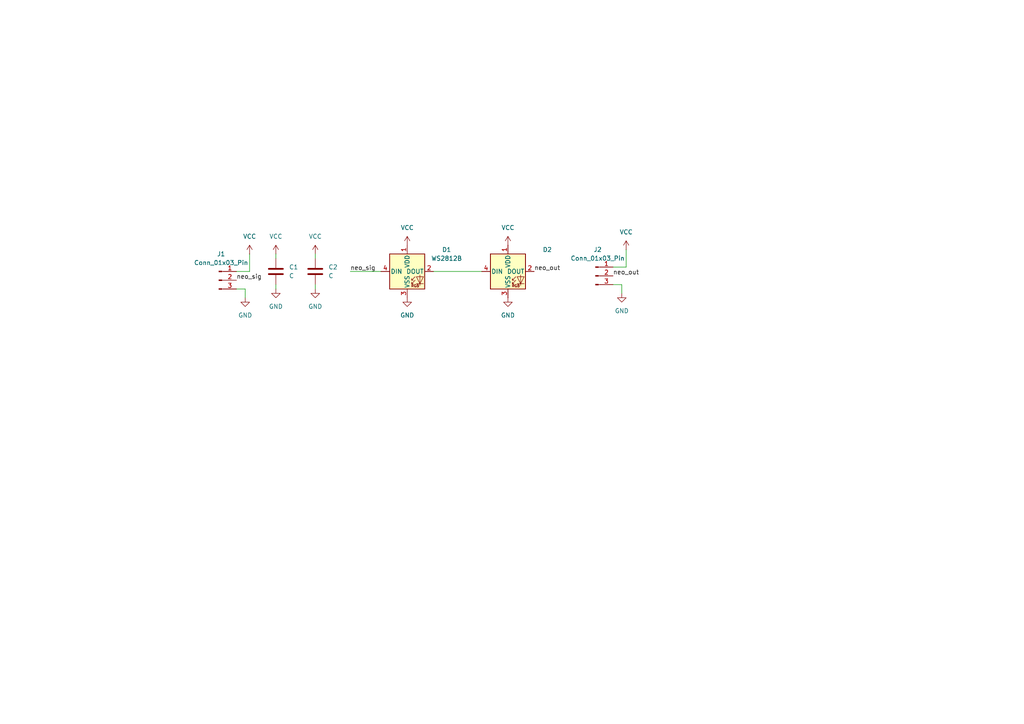
<source format=kicad_sch>
(kicad_sch (version 20231120) (generator "eeschema") (generator_version "8.0")
  (paper "A4")
  (lib_symbols
    (symbol "Connector:Conn_01x03_Pin" (pin_names (offset 1.016) hide)
      (property "Reference" "J" (at 0 5.08 0))
      (property "Value" "Conn_01x03_Pin" (at 0 -5.08 0))
      (symbol "Conn_01x03_Pin_1_1"
        (polyline (pts (xy 1.27 -2.54) (xy 0.8636 -2.54)) (stroke (width 0.1524)))
        (polyline (pts (xy 1.27 0) (xy 0.8636 0)) (stroke (width 0.1524)))
        (polyline (pts (xy 1.27 2.54) (xy 0.8636 2.54)) (stroke (width 0.1524)))
        (rectangle (start 0.8636 -2.413) (end 0 -2.667) (stroke (width 0.1524)) (fill (type outline)))
        (rectangle (start 0.8636 0.127) (end 0 -0.127) (stroke (width 0.1524)) (fill (type outline)))
        (rectangle (start 0.8636 2.667) (end 0 2.413) (stroke (width 0.1524)) (fill (type outline)))
        (pin passive line (at 5.08 2.54 180) (length 3.81) (name "Pin_1") (number "1"))
        (pin passive line (at 5.08 0 180) (length 3.81) (name "Pin_2") (number "2"))
        (pin passive line (at 5.08 -2.54 180) (length 3.81) (name "Pin_3") (number "3"))
      )
    )
    (symbol "Device:C" (pin_numbers hide) (pin_names (offset 0.254))
      (property "Reference" "C" (at 0.635 2.54 0))
      (property "Value" "C" (at 0.635 -2.54 0))
      (symbol "C_0_1"
        (polyline (pts (xy -2.032 -0.762) (xy 2.032 -0.762)) (stroke (width 0.508)))
        (polyline (pts (xy -2.032 0.762) (xy 2.032 0.762)) (stroke (width 0.508)))
      )
      (symbol "C_1_1"
        (pin passive line (at 0 3.81 270) (length 2.794) (name "~") (number "1"))
        (pin passive line (at 0 -3.81 90) (length 2.794) (name "~") (number "2"))
      )
    )
    (symbol "LED:WS2812B" (pin_names (offset 0.254))
      (property "Reference" "D" (at 5.08 5.715 0))
      (property "Value" "WS2812B" (at 1.27 -5.715 0))
      (symbol "WS2812B_0_0"
        (text "RGB" (at 2.286 -4.191 0) (effects (font (size 0.762 0.762))))
      )
      (symbol "WS2812B_0_1"
        (polyline (pts (xy 1.27 -3.556) (xy 1.778 -3.556)))
        (polyline (pts (xy 1.27 -2.54) (xy 1.778 -2.54)))
        (polyline (pts (xy 4.699 -3.556) (xy 2.667 -3.556)))
        (polyline (pts (xy 2.286 -2.54) (xy 1.27 -3.556) (xy 1.27 -3.048)))
        (polyline (pts (xy 2.286 -1.524) (xy 1.27 -2.54) (xy 1.27 -2.032)))
        (polyline (pts (xy 3.683 -1.016) (xy 3.683 -3.556) (xy 3.683 -4.064)))
        (polyline (pts (xy 4.699 -1.524) (xy 2.667 -1.524) (xy 3.683 -3.556) (xy 4.699 -1.524)))
        (rectangle (start 5.08 5.08) (end -5.08 -5.08) (stroke (width 0.254)) (fill (type background)))
      )
      (symbol "WS2812B_1_1"
        (pin power_in line (at 0 7.62 270) (length 2.54) (name "VDD") (number "1"))
        (pin output line (at 7.62 0 180) (length 2.54) (name "DOUT") (number "2"))
        (pin power_in line (at 0 -7.62 90) (length 2.54) (name "VSS") (number "3"))
        (pin input line (at -7.62 0 0) (length 2.54) (name "DIN") (number "4"))
      )
    )
    (symbol "power:GND" (power) (pin_numbers hide) (pin_names (offset 0) hide)
      (property "Value" "GND" (at 0 -3.81 0))
      (symbol "GND_0_1"
        (polyline (pts (xy 0 0) (xy 0 -1.27) (xy 1.27 -1.27) (xy 0 -2.54) (xy -1.27 -1.27) (xy 0 -1.27)))
      )
      (symbol "GND_1_1"
        (pin power_in line (at 0 0 270) (length 0) (name "~") (number "1"))
      )
    )
    (symbol "power:VCC" (power) (pin_numbers hide) (pin_names (offset 0) hide)
      (property "Value" "VCC" (at 0 3.556 0))
      (symbol "VCC_0_1"
        (polyline (pts (xy -0.762 1.27) (xy 0 2.54)))
        (polyline (pts (xy 0 0) (xy 0 2.54)))
        (polyline (pts (xy 0 2.54) (xy 0.762 1.27)))
      )
      (symbol "VCC_1_1"
        (pin power_in line (at 0 0 90) (length 0) (name "~") (number "1"))
      )
    )
  )
  (wire (pts (xy 177.8 77.47) (xy 181.61 77.47)))
  (wire (pts (xy 72.39 78.74) (xy 72.39 73.66)))
  (wire (pts (xy 68.58 83.82) (xy 71.12 83.82)))
  (wire (pts (xy 80.01 73.66) (xy 80.01 74.93)))
  (wire (pts (xy 181.61 77.47) (xy 181.61 72.39)))
  (wire (pts (xy 101.6 78.74) (xy 110.49 78.74)))
  (wire (pts (xy 177.8 82.55) (xy 180.34 82.55)))
  (wire (pts (xy 68.58 78.74) (xy 72.39 78.74)))
  (wire (pts (xy 71.12 83.82) (xy 71.12 86.36)))
  (wire (pts (xy 91.44 83.82) (xy 91.44 82.55)))
  (wire (pts (xy 91.44 73.66) (xy 91.44 74.93)))
  (wire (pts (xy 80.01 83.82) (xy 80.01 82.55)))
  (wire (pts (xy 125.73 78.74) (xy 139.7 78.74)))
  (wire (pts (xy 180.34 82.55) (xy 180.34 85.09)))
  (label "neo_out" (at 154.94 78.74 0))
  (label "neo_out" (at 177.8 80.01 0))
  (label "neo_sig" (at 68.58 81.28 0))
  (label "neo_sig" (at 101.6 78.74 0))
  (symbol (lib_id "power:GND") (at 118.11 86.36 0) (unit 1)
    (property "Reference" "#PWR010" (effects (hide yes)))
    (property "Value" "GND" (at 118.11 91.44 0))
    (property "Description" "Power symbol creates a global label with name \"GND\" , ground" (effects (hide yes)))
  )
  (symbol (lib_id "power:VCC") (at 91.44 73.66 0) (unit 1)
    (property "Reference" "#PWR07" (effects (hide yes)))
    (property "Value" "VCC" (at 91.44 68.58 0))
    (property "Description" "Power symbol creates a global label with name \"VCC\"" (effects (hide yes)))
  )
  (symbol (lib_id "power:VCC") (at 72.39 73.66 0) (unit 1)
    (property "Reference" "#PWR02" (effects (hide yes)))
    (property "Value" "VCC" (at 72.39 68.58 0))
    (property "Description" "Power symbol creates a global label with name \"VCC\"" (effects (hide yes)))
  )
  (symbol (lib_id "power:VCC") (at 147.32 71.12 0) (unit 1)
    (property "Reference" "#PWR011" (effects (hide yes)))
    (property "Value" "VCC" (at 147.32 66.04 0))
    (property "Description" "Power symbol creates a global label with name \"VCC\"" (effects (hide yes)))
  )
  (symbol (lib_id "power:GND") (at 180.34 85.09 0) (unit 1)
    (property "Reference" "#PWR03" (effects (hide yes)))
    (property "Value" "GND" (at 180.34 90.17 0))
    (property "Description" "Power symbol creates a global label with name \"GND\" , ground" (effects (hide yes)))
  )
  (symbol (lib_id "LED:WS2812B") (at 118.11 78.74 0) (unit 1)
    (property "Reference" "D1" (at 129.54 72.4214 0))
    (property "Value" "WS2812B" (at 129.54 74.9614 0))
    (property "Footprint" "LED_SMD:LED_WS2812B_PLCC4_5.0x5.0mm_P3.2mm" (effects (hide yes)))
    (property "Datasheet" "https://cdn-shop.adafruit.com/datasheets/WS2812B.pdf" (effects (hide yes)))
    (property "Description" "RGB LED with integrated controller" (effects (hide yes)))
  )
  (symbol (lib_id "power:GND") (at 147.32 86.36 0) (unit 1)
    (property "Reference" "#PWR012" (effects (hide yes)))
    (property "Value" "GND" (at 147.32 91.44 0))
    (property "Description" "Power symbol creates a global label with name \"GND\" , ground" (effects (hide yes)))
  )
  (symbol (lib_id "power:VCC") (at 80.01 73.66 0) (unit 1)
    (property "Reference" "#PWR06" (effects (hide yes)))
    (property "Value" "VCC" (at 80.01 68.58 0))
    (property "Description" "Power symbol creates a global label with name \"VCC\"" (effects (hide yes)))
  )
  (symbol (lib_id "Connector:Conn_01x03_Pin") (at 172.72 80.01 0) (unit 1)
    (property "Reference" "J2" (at 173.355 72.39 0))
    (property "Value" "Conn_01x03_Pin" (at 173.355 74.93 0))
    (property "Footprint" "Connector_PinHeader_2.54mm:PinHeader_1x03_P2.54mm_Vertical" (effects (hide yes)))
    (property "Description" "Generic connector, single row, 01x03, script generated" (effects (hide yes)))
  )
  (symbol (lib_id "Connector:Conn_01x03_Pin") (at 63.5 81.28 0) (unit 1)
    (property "Reference" "J1" (at 64.135 73.66 0))
    (property "Value" "Conn_01x03_Pin" (at 64.135 76.2 0))
    (property "Footprint" "Connector_PinHeader_2.54mm:PinHeader_1x03_P2.54mm_Vertical" (effects (hide yes)))
    (property "Description" "Generic connector, single row, 01x03, script generated" (effects (hide yes)))
  )
  (symbol (lib_id "Device:C") (at 80.01 78.74 0) (unit 1)
    (property "Reference" "C1" (at 83.82 77.4699 0) (effects (justify left)))
    (property "Value" "C" (at 83.82 80.0099 0) (effects (justify left)))
    (property "Footprint" "Capacitor_SMD:C_0805_2012Metric_Pad1.18x1.45mm_HandSolder" (effects (hide yes)))
    (property "Description" "Unpolarized capacitor" (effects (hide yes)))
  )
  (symbol (lib_id "power:GND") (at 80.01 83.82 0) (unit 1)
    (property "Reference" "#PWR05" (effects (hide yes)))
    (property "Value" "GND" (at 80.01 88.9 0))
    (property "Description" "Power symbol creates a global label with name \"GND\" , ground" (effects (hide yes)))
  )
  (symbol (lib_id "power:GND") (at 71.12 86.36 0) (unit 1)
    (property "Reference" "#PWR01" (effects (hide yes)))
    (property "Value" "GND" (at 71.12 91.44 0))
    (property "Description" "Power symbol creates a global label with name \"GND\" , ground" (effects (hide yes)))
  )
  (symbol (lib_id "power:VCC") (at 181.61 72.39 0) (unit 1)
    (property "Reference" "#PWR04" (effects (hide yes)))
    (property "Value" "VCC" (at 181.61 67.31 0))
    (property "Description" "Power symbol creates a global label with name \"VCC\"" (effects (hide yes)))
  )
  (symbol (lib_id "Device:C") (at 91.44 78.74 0) (unit 1)
    (property "Reference" "C2" (at 95.25 77.4699 0) (effects (justify left)))
    (property "Value" "C" (at 95.25 80.0099 0) (effects (justify left)))
    (property "Footprint" "Capacitor_SMD:C_0805_2012Metric_Pad1.18x1.45mm_HandSolder" (effects (hide yes)))
    (property "Description" "Unpolarized capacitor" (effects (hide yes)))
  )
  (symbol (lib_id "power:VCC") (at 118.11 71.12 0) (unit 1)
    (property "Reference" "#PWR09" (effects (hide yes)))
    (property "Value" "VCC" (at 118.11 66.04 0))
    (property "Description" "Power symbol creates a global label with name \"VCC\"" (effects (hide yes)))
  )
  (symbol (lib_id "LED:WS2812B") (at 147.32 78.74 0) (unit 1)
    (property "Reference" "D2" (at 158.75 72.4214 0))
    (property "Value" "WS2812B" (effects (hide yes)))
    (property "Footprint" "LED_SMD:LED_WS2812B_PLCC4_5.0x5.0mm_P3.2mm" (effects (hide yes)))
    (property "Datasheet" "https://cdn-shop.adafruit.com/datasheets/WS2812B.pdf" (effects (hide yes)))
    (property "Description" "RGB LED with integrated controller" (effects (hide yes)))
  )
  (symbol (lib_id "power:GND") (at 91.44 83.82 0) (unit 1)
    (property "Reference" "#PWR08" (effects (hide yes)))
    (property "Value" "GND" (at 91.44 88.9 0))
    (property "Description" "Power symbol creates a global label with name \"GND\" , ground" (effects (hide yes)))
  )
)
</source>
